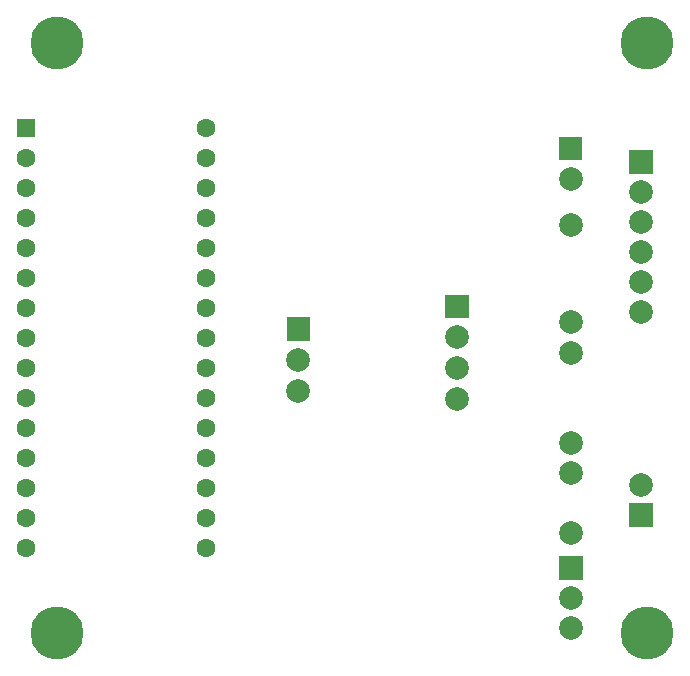
<source format=gbl>
G04 Layer: BottomLayer*
G04 EasyEDA v6.4.19.5, 2021-05-27T00:11:37--3:00*
G04 bf34132eec9142e49db4406177482e83,59636247558045d2802cba280e4ac9d9,10*
G04 Gerber Generator version 0.2*
G04 Scale: 100 percent, Rotated: No, Reflected: No *
G04 Dimensions in millimeters *
G04 leading zeros omitted , absolute positions ,4 integer and 5 decimal *
%FSLAX45Y45*%
%MOMM*%

%ADD14R,2.0000X2.0000*%
%ADD15C,2.0000*%
%ADD16R,1.6000X1.6000*%
%ADD17C,1.6000*%
%ADD18C,4.5000*%

%LPD*%
D14*
G01*
X5450077Y4487176D03*
D15*
G01*
X5450077Y4233176D03*
G01*
X5450077Y3979176D03*
G01*
X5450077Y3725176D03*
G01*
X5450077Y3471176D03*
G01*
X5450077Y3217176D03*
G01*
X5450077Y1753882D03*
D14*
G01*
X5450077Y1499882D03*
D16*
G01*
X238000Y4778001D03*
D17*
G01*
X238000Y4524001D03*
G01*
X238000Y4270001D03*
G01*
X238000Y4016001D03*
G01*
X238000Y3762001D03*
G01*
X238000Y3508001D03*
G01*
X238000Y3254001D03*
G01*
X238000Y3000001D03*
G01*
X238000Y2746001D03*
G01*
X238000Y2492001D03*
G01*
X238000Y2238001D03*
G01*
X238000Y1984001D03*
G01*
X238000Y1730001D03*
G01*
X238000Y1476001D03*
G01*
X238000Y1222001D03*
G01*
X1762000Y4778001D03*
G01*
X1762000Y4524001D03*
G01*
X1762000Y4270001D03*
G01*
X1762000Y4016001D03*
G01*
X1762000Y3762001D03*
G01*
X1762000Y3508001D03*
G01*
X1762000Y3254001D03*
G01*
X1762000Y3000001D03*
G01*
X1762000Y2746001D03*
G01*
X1762000Y2492001D03*
G01*
X1762000Y2238001D03*
G01*
X1762000Y1984001D03*
G01*
X1762000Y1730001D03*
G01*
X1762000Y1476001D03*
G01*
X1762000Y1222001D03*
G36*
X4750000Y4704001D02*
G01*
X4950000Y4704001D01*
X4950000Y4504001D01*
X4750000Y4504001D01*
G37*
D15*
G01*
X4850000Y4350001D03*
G01*
X4849875Y1345958D03*
G01*
X4849875Y1853958D03*
G01*
X4851974Y3132574D03*
G01*
X4851974Y3958074D03*
G01*
X4850000Y2874992D03*
G01*
X4850000Y2112992D03*
D18*
G01*
X499998Y5500001D03*
G01*
X5499999Y5500001D03*
G01*
X499998Y500001D03*
G01*
X5499999Y500001D03*
D14*
G01*
X4850000Y1054000D03*
D15*
G01*
X4850000Y800000D03*
G01*
X4850000Y546000D03*
G36*
X2445029Y3174987D02*
G01*
X2645029Y3174987D01*
X2645029Y2974987D01*
X2445029Y2974987D01*
G37*
G01*
X2545029Y2554973D03*
G01*
X3890035Y3005975D03*
G01*
X3890035Y2745955D03*
G01*
X2545029Y2814967D03*
G36*
X3790035Y3365969D02*
G01*
X3990035Y3365969D01*
X3990035Y3165970D01*
X3790035Y3165970D01*
G37*
G01*
X3890035Y2485961D03*
M02*

</source>
